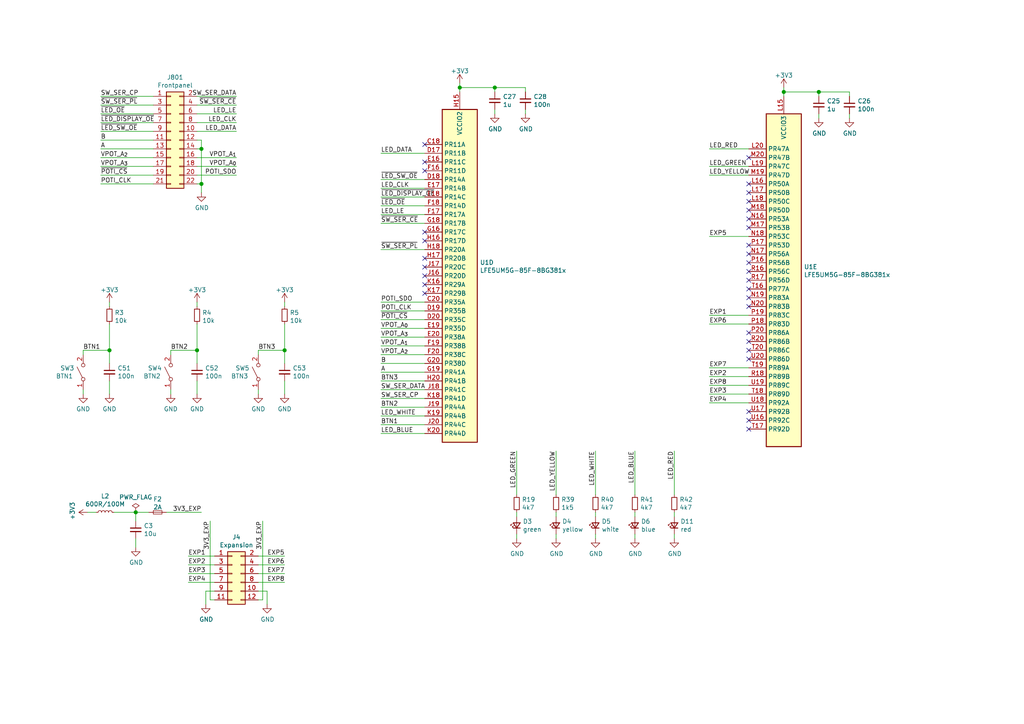
<source format=kicad_sch>
(kicad_sch (version 20210406) (generator eeschema)
  (paper "A4")
  (junction (at 31.75 101.6) (diameter 1.016))
  (junction (at 39.37 148.59) (diameter 1.016))
  (junction (at 57.15 101.6) (diameter 1.016))
  (junction (at 58.42 43.18) (diameter 1.016))
  (junction (at 58.42 53.34) (diameter 1.016))
  (junction (at 82.55 101.6) (diameter 1.016))
  (junction (at 133.35 25.4) (diameter 1.016))
  (junction (at 143.51 25.4) (diameter 1.016))
  (junction (at 227.33 26.67) (diameter 1.016))
  (junction (at 237.49 26.67) (diameter 1.016))
  (no_connect (at 123.19 41.91))
  (no_connect (at 123.19 46.99))
  (no_connect (at 123.19 49.53))
  (no_connect (at 123.19 67.31))
  (no_connect (at 123.19 69.85))
  (no_connect (at 123.19 74.93))
  (no_connect (at 123.19 77.47))
  (no_connect (at 123.19 80.01))
  (no_connect (at 123.19 82.55))
  (no_connect (at 123.19 85.09))
  (no_connect (at 217.17 45.72))
  (no_connect (at 217.17 53.34))
  (no_connect (at 217.17 55.88))
  (no_connect (at 217.17 58.42))
  (no_connect (at 217.17 60.96))
  (no_connect (at 217.17 63.5))
  (no_connect (at 217.17 66.04))
  (no_connect (at 217.17 71.12))
  (no_connect (at 217.17 73.66))
  (no_connect (at 217.17 76.2))
  (no_connect (at 217.17 78.74))
  (no_connect (at 217.17 81.28))
  (no_connect (at 217.17 83.82))
  (no_connect (at 217.17 86.36))
  (no_connect (at 217.17 88.9))
  (no_connect (at 217.17 96.52))
  (no_connect (at 217.17 99.06))
  (no_connect (at 217.17 101.6))
  (no_connect (at 217.17 104.14))
  (no_connect (at 217.17 119.38))
  (no_connect (at 217.17 121.92))
  (no_connect (at 217.17 124.46))
  (wire (pts (xy 24.13 101.6) (xy 24.13 102.87)))
  (wire (pts (xy 24.13 101.6) (xy 31.75 101.6)))
  (wire (pts (xy 24.13 113.03) (xy 24.13 114.3)))
  (wire (pts (xy 25.4 148.59) (xy 27.94 148.59)))
  (wire (pts (xy 29.21 27.94) (xy 44.45 27.94)))
  (wire (pts (xy 29.21 30.48) (xy 44.45 30.48)))
  (wire (pts (xy 29.21 33.02) (xy 44.45 33.02)))
  (wire (pts (xy 29.21 35.56) (xy 44.45 35.56)))
  (wire (pts (xy 29.21 38.1) (xy 44.45 38.1)))
  (wire (pts (xy 29.21 40.64) (xy 44.45 40.64)))
  (wire (pts (xy 29.21 43.18) (xy 44.45 43.18)))
  (wire (pts (xy 29.21 45.72) (xy 44.45 45.72)))
  (wire (pts (xy 29.21 48.26) (xy 44.45 48.26)))
  (wire (pts (xy 29.21 50.8) (xy 44.45 50.8)))
  (wire (pts (xy 29.21 53.34) (xy 44.45 53.34)))
  (wire (pts (xy 31.75 87.63) (xy 31.75 88.9)))
  (wire (pts (xy 31.75 93.98) (xy 31.75 101.6)))
  (wire (pts (xy 31.75 101.6) (xy 31.75 105.41)))
  (wire (pts (xy 31.75 110.49) (xy 31.75 114.3)))
  (wire (pts (xy 33.02 148.59) (xy 39.37 148.59)))
  (wire (pts (xy 39.37 148.59) (xy 39.37 151.13)))
  (wire (pts (xy 39.37 158.75) (xy 39.37 156.21)))
  (wire (pts (xy 43.18 148.59) (xy 39.37 148.59)))
  (wire (pts (xy 48.26 148.59) (xy 58.42 148.59)))
  (wire (pts (xy 49.53 101.6) (xy 49.53 102.87)))
  (wire (pts (xy 49.53 101.6) (xy 57.15 101.6)))
  (wire (pts (xy 49.53 113.03) (xy 49.53 114.3)))
  (wire (pts (xy 54.61 161.29) (xy 62.23 161.29)))
  (wire (pts (xy 54.61 166.37) (xy 62.23 166.37)))
  (wire (pts (xy 57.15 27.94) (xy 68.58 27.94)))
  (wire (pts (xy 57.15 30.48) (xy 68.58 30.48)))
  (wire (pts (xy 57.15 33.02) (xy 68.58 33.02)))
  (wire (pts (xy 57.15 35.56) (xy 68.58 35.56)))
  (wire (pts (xy 57.15 38.1) (xy 68.58 38.1)))
  (wire (pts (xy 57.15 40.64) (xy 58.42 40.64)))
  (wire (pts (xy 57.15 45.72) (xy 68.58 45.72)))
  (wire (pts (xy 57.15 48.26) (xy 68.58 48.26)))
  (wire (pts (xy 57.15 50.8) (xy 68.58 50.8)))
  (wire (pts (xy 57.15 53.34) (xy 58.42 53.34)))
  (wire (pts (xy 57.15 87.63) (xy 57.15 88.9)))
  (wire (pts (xy 57.15 93.98) (xy 57.15 101.6)))
  (wire (pts (xy 57.15 101.6) (xy 57.15 105.41)))
  (wire (pts (xy 57.15 110.49) (xy 57.15 114.3)))
  (wire (pts (xy 58.42 40.64) (xy 58.42 43.18)))
  (wire (pts (xy 58.42 43.18) (xy 57.15 43.18)))
  (wire (pts (xy 58.42 53.34) (xy 58.42 43.18)))
  (wire (pts (xy 58.42 53.34) (xy 58.42 55.88)))
  (wire (pts (xy 59.69 171.45) (xy 59.69 175.26)))
  (wire (pts (xy 60.96 151.13) (xy 60.96 173.99)))
  (wire (pts (xy 62.23 163.83) (xy 54.61 163.83)))
  (wire (pts (xy 62.23 168.91) (xy 54.61 168.91)))
  (wire (pts (xy 62.23 171.45) (xy 59.69 171.45)))
  (wire (pts (xy 62.23 173.99) (xy 60.96 173.99)))
  (wire (pts (xy 74.93 101.6) (xy 74.93 102.87)))
  (wire (pts (xy 74.93 101.6) (xy 82.55 101.6)))
  (wire (pts (xy 74.93 113.03) (xy 74.93 114.3)))
  (wire (pts (xy 74.93 161.29) (xy 82.55 161.29)))
  (wire (pts (xy 74.93 166.37) (xy 82.55 166.37)))
  (wire (pts (xy 74.93 168.91) (xy 82.55 168.91)))
  (wire (pts (xy 74.93 171.45) (xy 77.47 171.45)))
  (wire (pts (xy 74.93 173.99) (xy 76.2 173.99)))
  (wire (pts (xy 76.2 151.13) (xy 76.2 173.99)))
  (wire (pts (xy 77.47 171.45) (xy 77.47 175.26)))
  (wire (pts (xy 82.55 87.63) (xy 82.55 88.9)))
  (wire (pts (xy 82.55 93.98) (xy 82.55 101.6)))
  (wire (pts (xy 82.55 101.6) (xy 82.55 105.41)))
  (wire (pts (xy 82.55 110.49) (xy 82.55 114.3)))
  (wire (pts (xy 82.55 163.83) (xy 74.93 163.83)))
  (wire (pts (xy 110.49 44.45) (xy 123.19 44.45)))
  (wire (pts (xy 110.49 52.07) (xy 123.19 52.07)))
  (wire (pts (xy 110.49 54.61) (xy 123.19 54.61)))
  (wire (pts (xy 110.49 57.15) (xy 123.19 57.15)))
  (wire (pts (xy 110.49 59.69) (xy 123.19 59.69)))
  (wire (pts (xy 110.49 62.23) (xy 123.19 62.23)))
  (wire (pts (xy 110.49 64.77) (xy 123.19 64.77)))
  (wire (pts (xy 110.49 72.39) (xy 123.19 72.39)))
  (wire (pts (xy 110.49 87.63) (xy 123.19 87.63)))
  (wire (pts (xy 110.49 90.17) (xy 123.19 90.17)))
  (wire (pts (xy 110.49 92.71) (xy 123.19 92.71)))
  (wire (pts (xy 110.49 95.25) (xy 123.19 95.25)))
  (wire (pts (xy 110.49 97.79) (xy 123.19 97.79)))
  (wire (pts (xy 110.49 100.33) (xy 123.19 100.33)))
  (wire (pts (xy 110.49 102.87) (xy 123.19 102.87)))
  (wire (pts (xy 110.49 105.41) (xy 123.19 105.41)))
  (wire (pts (xy 110.49 107.95) (xy 123.19 107.95)))
  (wire (pts (xy 110.49 110.49) (xy 123.19 110.49)))
  (wire (pts (xy 110.49 113.03) (xy 123.19 113.03)))
  (wire (pts (xy 110.49 115.57) (xy 123.19 115.57)))
  (wire (pts (xy 110.49 118.11) (xy 123.19 118.11)))
  (wire (pts (xy 110.49 120.65) (xy 123.19 120.65)))
  (wire (pts (xy 110.49 123.19) (xy 123.19 123.19)))
  (wire (pts (xy 110.49 125.73) (xy 123.19 125.73)))
  (wire (pts (xy 133.35 24.13) (xy 133.35 25.4)))
  (wire (pts (xy 133.35 25.4) (xy 133.35 26.67)))
  (wire (pts (xy 133.35 25.4) (xy 143.51 25.4)))
  (wire (pts (xy 143.51 25.4) (xy 143.51 26.67)))
  (wire (pts (xy 143.51 25.4) (xy 152.4 25.4)))
  (wire (pts (xy 143.51 31.75) (xy 143.51 33.02)))
  (wire (pts (xy 149.86 130.81) (xy 149.86 143.51)))
  (wire (pts (xy 149.86 149.86) (xy 149.86 148.59)))
  (wire (pts (xy 149.86 154.94) (xy 149.86 156.21)))
  (wire (pts (xy 152.4 25.4) (xy 152.4 26.67)))
  (wire (pts (xy 152.4 33.02) (xy 152.4 31.75)))
  (wire (pts (xy 161.29 130.81) (xy 161.29 143.51)))
  (wire (pts (xy 161.29 148.59) (xy 161.29 149.86)))
  (wire (pts (xy 161.29 154.94) (xy 161.29 156.21)))
  (wire (pts (xy 172.72 130.81) (xy 172.72 143.51)))
  (wire (pts (xy 172.72 148.59) (xy 172.72 149.86)))
  (wire (pts (xy 172.72 154.94) (xy 172.72 156.21)))
  (wire (pts (xy 184.15 130.81) (xy 184.15 143.51)))
  (wire (pts (xy 184.15 148.59) (xy 184.15 149.86)))
  (wire (pts (xy 184.15 154.94) (xy 184.15 156.21)))
  (wire (pts (xy 195.58 130.81) (xy 195.58 143.51)))
  (wire (pts (xy 195.58 148.59) (xy 195.58 149.86)))
  (wire (pts (xy 195.58 154.94) (xy 195.58 156.21)))
  (wire (pts (xy 205.74 43.18) (xy 217.17 43.18)))
  (wire (pts (xy 205.74 48.26) (xy 217.17 48.26)))
  (wire (pts (xy 205.74 50.8) (xy 217.17 50.8)))
  (wire (pts (xy 205.74 68.58) (xy 217.17 68.58)))
  (wire (pts (xy 205.74 91.44) (xy 217.17 91.44)))
  (wire (pts (xy 205.74 93.98) (xy 217.17 93.98)))
  (wire (pts (xy 205.74 106.68) (xy 217.17 106.68)))
  (wire (pts (xy 205.74 109.22) (xy 217.17 109.22)))
  (wire (pts (xy 205.74 111.76) (xy 217.17 111.76)))
  (wire (pts (xy 205.74 114.3) (xy 217.17 114.3)))
  (wire (pts (xy 205.74 116.84) (xy 217.17 116.84)))
  (wire (pts (xy 227.33 25.4) (xy 227.33 26.67)))
  (wire (pts (xy 227.33 26.67) (xy 227.33 27.94)))
  (wire (pts (xy 227.33 26.67) (xy 237.49 26.67)))
  (wire (pts (xy 237.49 26.67) (xy 237.49 27.94)))
  (wire (pts (xy 237.49 26.67) (xy 246.38 26.67)))
  (wire (pts (xy 237.49 33.02) (xy 237.49 34.29)))
  (wire (pts (xy 246.38 26.67) (xy 246.38 27.94)))
  (wire (pts (xy 246.38 34.29) (xy 246.38 33.02)))
  (label "BTN1" (at 24.13 101.6 0))
  (label "SW_SER_CP" (at 29.21 27.94 0))
  (label "~SW_SER_PL" (at 29.21 30.48 0))
  (label "~LED_OE" (at 29.21 33.02 0))
  (label "~LED_DISPLAY_OE" (at 29.21 35.56 0))
  (label "~LED_SW_OE" (at 29.21 38.1 0))
  (label "B" (at 29.21 40.64 0))
  (label "A" (at 29.21 43.18 0))
  (label "VPOT_A_{2}" (at 29.21 45.72 0))
  (label "VPOT_A_{3}" (at 29.21 48.26 0))
  (label "~POTI_CS" (at 29.21 50.8 0))
  (label "POTI_CLK" (at 29.21 53.34 0))
  (label "BTN2" (at 49.53 101.6 0))
  (label "EXP1" (at 54.61 161.29 0))
  (label "EXP2" (at 54.61 163.83 0))
  (label "EXP3" (at 54.61 166.37 0))
  (label "EXP4" (at 54.61 168.91 0))
  (label "3V3_EXP" (at 58.42 148.59 180))
  (label "3V3_EXP" (at 60.96 151.13 270))
  (label "SW_SER_DATA" (at 68.58 27.94 180))
  (label "~SW_SER_CE" (at 68.58 30.48 180))
  (label "LED_LE" (at 68.58 33.02 180))
  (label "LED_CLK" (at 68.58 35.56 180))
  (label "LED_DATA" (at 68.58 38.1 180))
  (label "VPOT_A_{1}" (at 68.58 45.72 180))
  (label "VPOT_A_{0}" (at 68.58 48.26 180))
  (label "POTI_SDO" (at 68.58 50.8 180))
  (label "BTN3" (at 74.93 101.6 0))
  (label "3V3_EXP" (at 76.2 151.13 270))
  (label "EXP5" (at 82.55 161.29 180))
  (label "EXP6" (at 82.55 163.83 180))
  (label "EXP7" (at 82.55 166.37 180))
  (label "EXP8" (at 82.55 168.91 180))
  (label "LED_DATA" (at 110.49 44.45 0))
  (label "~LED_SW_OE" (at 110.49 52.07 0))
  (label "LED_CLK" (at 110.49 54.61 0))
  (label "~LED_DISPLAY_OE" (at 110.49 57.15 0))
  (label "~LED_OE" (at 110.49 59.69 0))
  (label "LED_LE" (at 110.49 62.23 0))
  (label "~SW_SER_CE" (at 110.49 64.77 0))
  (label "~SW_SER_PL" (at 110.49 72.39 0))
  (label "POTI_SDO" (at 110.49 87.63 0))
  (label "POTI_CLK" (at 110.49 90.17 0))
  (label "~POTI_CS" (at 110.49 92.71 0))
  (label "VPOT_A_{0}" (at 110.49 95.25 0))
  (label "VPOT_A_{3}" (at 110.49 97.79 0))
  (label "VPOT_A_{1}" (at 110.49 100.33 0))
  (label "VPOT_A_{2}" (at 110.49 102.87 0))
  (label "B" (at 110.49 105.41 0))
  (label "A" (at 110.49 107.95 0))
  (label "BTN3" (at 110.49 110.49 0))
  (label "SW_SER_DATA" (at 110.49 113.03 0))
  (label "SW_SER_CP" (at 110.49 115.57 0))
  (label "BTN2" (at 110.49 118.11 0))
  (label "LED_WHITE" (at 110.49 120.65 0))
  (label "BTN1" (at 110.49 123.19 0))
  (label "LED_BLUE" (at 110.49 125.73 0))
  (label "LED_GREEN" (at 149.86 130.81 270))
  (label "LED_YELLOW" (at 161.29 130.81 270))
  (label "LED_WHITE" (at 172.72 130.81 270))
  (label "LED_BLUE" (at 184.15 130.81 270))
  (label "LED_RED" (at 195.58 130.81 270))
  (label "LED_RED" (at 205.74 43.18 0))
  (label "LED_GREEN" (at 205.74 48.26 0))
  (label "LED_YELLOW" (at 205.74 50.8 0))
  (label "EXP5" (at 205.74 68.58 0))
  (label "EXP1" (at 205.74 91.44 0))
  (label "EXP6" (at 205.74 93.98 0))
  (label "EXP7" (at 205.74 106.68 0))
  (label "EXP2" (at 205.74 109.22 0))
  (label "EXP8" (at 205.74 111.76 0))
  (label "EXP3" (at 205.74 114.3 0))
  (label "EXP4" (at 205.74 116.84 0))
  (symbol (lib_id "Mainboard-rescue:+3V3-power") (at 25.4 148.59 90) (unit 1)
    (property "Reference" "#PWR0128" (effects hide))
    (property "Value" "+3V3" (at 21.0058 148.209 0))
  )
  (symbol (lib_id "power:+3V3") (at 31.75 87.63 0) (unit 1)
    (property "Reference" "#PWR0296" (effects hide))
    (property "Value" "+3V3" (at 31.75 84.0826 0))
  )
  (symbol (lib_id "power:+3V3") (at 57.15 87.63 0) (unit 1)
    (property "Reference" "#PWR0291" (effects hide))
    (property "Value" "+3V3" (at 57.15 84.0826 0))
  )
  (symbol (lib_id "power:+3V3") (at 82.55 87.63 0) (unit 1)
    (property "Reference" "#PWR0295" (effects hide))
    (property "Value" "+3V3" (at 82.55 84.0826 0))
  )
  (symbol (lib_id "power:+3V3") (at 133.35 24.13 0) (unit 1)
    (property "Reference" "#PWR0265" (effects hide))
    (property "Value" "+3V3" (at 133.35 20.5826 0))
  )
  (symbol (lib_id "power:+3V3") (at 227.33 25.4 0) (unit 1)
    (property "Reference" "#PWR0263" (effects hide))
    (property "Value" "+3V3" (at 227.33 21.8526 0))
  )
  (symbol (lib_id "Mainboard-rescue:L_Small-Device") (at 30.48 148.59 90) (unit 1)
    (property "Reference" "L2" (at 30.48 143.891 90))
    (property "Value" "600R/100M" (at 30.48 146.2024 90))
    (property "Footprint" "Inductor_SMD:L_0805_2012Metric" (effects hide))
    (property "LCSC" "C1017" (effects hide))
  )
  (symbol (lib_id "Mainboard-rescue:PWR_FLAG-power") (at 39.37 148.59 0) (unit 1)
    (property "Reference" "#FLG0105" (effects hide))
    (property "Value" "PWR_FLAG" (at 39.37 144.1958 0))
  )
  (symbol (lib_id "Device:Fuse_Small") (at 45.72 148.59 180) (unit 1)
    (property "Reference" "F2" (at 45.72 144.7758 0))
    (property "Value" "2A" (at 45.72 147.0745 0))
    (property "Footprint" "Fuse:Fuse_0603_1608Metric_Pad1.05x0.95mm_HandSolder" (effects hide))
    (property "LCSC" "C187605" (effects hide))
  )
  (symbol (lib_id "power:GND") (at 24.13 114.3 0) (unit 1)
    (property "Reference" "#PWR0292" (effects hide))
    (property "Value" "GND" (at 24.13 118.6244 0))
  )
  (symbol (lib_id "power:GND") (at 31.75 114.3 0) (unit 1)
    (property "Reference" "#PWR0132" (effects hide))
    (property "Value" "GND" (at 31.75 118.6244 0))
  )
  (symbol (lib_id "Mainboard-rescue:GND-power") (at 39.37 158.75 0) (unit 1)
    (property "Reference" "#PWR0127" (effects hide))
    (property "Value" "GND" (at 39.497 163.1442 0))
  )
  (symbol (lib_id "power:GND") (at 49.53 114.3 0) (unit 1)
    (property "Reference" "#PWR0293" (effects hide))
    (property "Value" "GND" (at 49.53 118.6244 0))
  )
  (symbol (lib_id "power:GND") (at 57.15 114.3 0) (unit 1)
    (property "Reference" "#PWR0131" (effects hide))
    (property "Value" "GND" (at 57.15 118.6244 0))
  )
  (symbol (lib_id "Mainboard-rescue:GND-power") (at 58.42 55.88 0) (unit 1)
    (property "Reference" "#PWR0121" (effects hide))
    (property "Value" "GND" (at 58.547 60.2742 0))
  )
  (symbol (lib_id "Mainboard-rescue:GND-power") (at 59.69 175.26 0) (unit 1)
    (property "Reference" "#PWR0126" (effects hide))
    (property "Value" "GND" (at 59.817 179.6542 0))
  )
  (symbol (lib_id "power:GND") (at 74.93 114.3 0) (unit 1)
    (property "Reference" "#PWR0133" (effects hide))
    (property "Value" "GND" (at 74.93 118.6244 0))
  )
  (symbol (lib_id "Mainboard-rescue:GND-power") (at 77.47 175.26 0) (unit 1)
    (property "Reference" "#PWR0125" (effects hide))
    (property "Value" "GND" (at 77.597 179.6542 0))
  )
  (symbol (lib_id "power:GND") (at 82.55 114.3 0) (unit 1)
    (property "Reference" "#PWR0294" (effects hide))
    (property "Value" "GND" (at 82.55 118.6244 0))
  )
  (symbol (lib_id "Mainboard-rescue:GND-power") (at 143.51 33.02 0) (unit 1)
    (property "Reference" "#PWR0264" (effects hide))
    (property "Value" "GND" (at 143.637 37.4142 0))
  )
  (symbol (lib_id "Mainboard-rescue:GND-power") (at 149.86 156.21 0) (unit 1)
    (property "Reference" "#PWR0299" (effects hide))
    (property "Value" "GND" (at 149.987 160.6042 0))
  )
  (symbol (lib_id "Mainboard-rescue:GND-power") (at 152.4 33.02 0) (unit 1)
    (property "Reference" "#PWR0266" (effects hide))
    (property "Value" "GND" (at 152.527 37.4142 0))
  )
  (symbol (lib_id "Mainboard-rescue:GND-power") (at 161.29 156.21 0) (unit 1)
    (property "Reference" "#PWR0300" (effects hide))
    (property "Value" "GND" (at 161.417 160.6042 0))
  )
  (symbol (lib_id "Mainboard-rescue:GND-power") (at 172.72 156.21 0) (unit 1)
    (property "Reference" "#PWR0298" (effects hide))
    (property "Value" "GND" (at 172.847 160.6042 0))
  )
  (symbol (lib_id "Mainboard-rescue:GND-power") (at 184.15 156.21 0) (unit 1)
    (property "Reference" "#PWR0297" (effects hide))
    (property "Value" "GND" (at 184.277 160.6042 0))
  )
  (symbol (lib_id "Mainboard-rescue:GND-power") (at 195.58 156.21 0) (unit 1)
    (property "Reference" "#PWR0301" (effects hide))
    (property "Value" "GND" (at 195.707 160.6042 0))
  )
  (symbol (lib_id "Mainboard-rescue:GND-power") (at 237.49 34.29 0) (unit 1)
    (property "Reference" "#PWR0262" (effects hide))
    (property "Value" "GND" (at 237.617 38.6842 0))
  )
  (symbol (lib_id "Mainboard-rescue:GND-power") (at 246.38 34.29 0) (unit 1)
    (property "Reference" "#PWR0261" (effects hide))
    (property "Value" "GND" (at 246.507 38.6842 0))
  )
  (symbol (lib_id "Device:R_Small") (at 31.75 91.44 0) (unit 1)
    (property "Reference" "R3" (at 33.2487 90.6791 0) (effects (justify left)))
    (property "Value" "10k" (at 33.2487 92.9778 0) (effects (justify left)))
    (property "Footprint" "Resistor_SMD:R_0402_1005Metric" (effects hide))
    (property "LCSC" "C25744" (effects hide))
  )
  (symbol (lib_id "Device:R_Small") (at 57.15 91.44 0) (unit 1)
    (property "Reference" "R4" (at 58.6487 90.6791 0) (effects (justify left)))
    (property "Value" "10k" (at 58.6487 92.9778 0) (effects (justify left)))
    (property "Footprint" "Resistor_SMD:R_0402_1005Metric" (effects hide))
    (property "LCSC" "C25744" (effects hide))
  )
  (symbol (lib_id "Device:R_Small") (at 82.55 91.44 0) (unit 1)
    (property "Reference" "R5" (at 84.0487 90.6791 0) (effects (justify left)))
    (property "Value" "10k" (at 84.0487 92.9778 0) (effects (justify left)))
    (property "Footprint" "Resistor_SMD:R_0402_1005Metric" (effects hide))
    (property "LCSC" "C25744" (effects hide))
  )
  (symbol (lib_id "Mainboard-rescue:R_Small-Device") (at 149.86 146.05 0) (unit 1)
    (property "Reference" "R19" (at 151.3586 144.8816 0) (effects (justify left)))
    (property "Value" "4k7" (at 151.3586 147.193 0) (effects (justify left)))
    (property "Footprint" "Resistor_SMD:R_0402_1005Metric" (effects hide))
    (property "LCSC" "C25900" (effects hide))
  )
  (symbol (lib_id "Mainboard-rescue:R_Small-Device") (at 161.29 146.05 0) (unit 1)
    (property "Reference" "R39" (at 162.7886 144.8816 0) (effects (justify left)))
    (property "Value" "1k5" (at 162.7886 147.193 0) (effects (justify left)))
    (property "Footprint" "Resistor_SMD:R_0402_1005Metric" (effects hide))
    (property "LCSC" "C25867" (effects hide))
  )
  (symbol (lib_id "Mainboard-rescue:R_Small-Device") (at 172.72 146.05 0) (unit 1)
    (property "Reference" "R40" (at 174.2186 144.8816 0) (effects (justify left)))
    (property "Value" "4k7" (at 174.2186 147.193 0) (effects (justify left)))
    (property "Footprint" "Resistor_SMD:R_0402_1005Metric" (effects hide))
    (property "LCSC" "C25900" (effects hide))
  )
  (symbol (lib_id "Mainboard-rescue:R_Small-Device") (at 184.15 146.05 0) (unit 1)
    (property "Reference" "R41" (at 185.6486 144.8816 0) (effects (justify left)))
    (property "Value" "4k7" (at 185.6486 147.193 0) (effects (justify left)))
    (property "Footprint" "Resistor_SMD:R_0402_1005Metric" (effects hide))
    (property "LCSC" "C25900" (effects hide))
  )
  (symbol (lib_id "Mainboard-rescue:R_Small-Device") (at 195.58 146.05 0) (unit 1)
    (property "Reference" "R42" (at 197.0786 144.8816 0) (effects (justify left)))
    (property "Value" "4k7" (at 197.0786 147.193 0) (effects (justify left)))
    (property "Footprint" "Resistor_SMD:R_0402_1005Metric" (effects hide))
    (property "LCSC" "C25900" (effects hide))
  )
  (symbol (lib_id "Mainboard-rescue:LED_Small-Device") (at 149.86 152.4 90) (unit 1)
    (property "Reference" "D3" (at 151.638 151.2316 90) (effects (justify right)))
    (property "Value" "green" (at 151.638 153.543 90) (effects (justify right)))
    (property "Footprint" "LED_SMD:LED_0603_1608Metric" (effects hide))
    (property "LCSC" "C72043" (effects hide))
  )
  (symbol (lib_id "Mainboard-rescue:LED_Small-Device") (at 161.29 152.4 90) (unit 1)
    (property "Reference" "D4" (at 163.068 151.2316 90) (effects (justify right)))
    (property "Value" "yellow" (at 163.068 153.543 90) (effects (justify right)))
    (property "Footprint" "LED_SMD:LED_0603_1608Metric" (effects hide))
    (property "LCSC" "C72038" (effects hide))
  )
  (symbol (lib_id "Mainboard-rescue:LED_Small-Device") (at 172.72 152.4 90) (unit 1)
    (property "Reference" "D5" (at 174.498 151.2316 90) (effects (justify right)))
    (property "Value" "white" (at 174.498 153.543 90) (effects (justify right)))
    (property "Footprint" "LED_SMD:LED_0603_1608Metric" (effects hide))
    (property "LCSC" "C2290" (effects hide))
  )
  (symbol (lib_id "Mainboard-rescue:LED_Small-Device") (at 184.15 152.4 90) (unit 1)
    (property "Reference" "D6" (at 185.928 151.2316 90) (effects (justify right)))
    (property "Value" "blue" (at 185.928 153.543 90) (effects (justify right)))
    (property "Footprint" "LED_SMD:LED_0603_1608Metric" (effects hide))
    (property "LCSC" "C72041" (effects hide))
  )
  (symbol (lib_id "Mainboard-rescue:LED_Small-Device") (at 195.58 152.4 90) (unit 1)
    (property "Reference" "D11" (at 197.358 151.2316 90) (effects (justify right)))
    (property "Value" "red" (at 197.358 153.543 90) (effects (justify right)))
    (property "Footprint" "LED_SMD:LED_0603_1608Metric" (effects hide))
    (property "LCSC" "C2286" (effects hide))
  )
  (symbol (lib_id "Mainboard-rescue:C_Small-Device") (at 31.75 107.95 0) (unit 1)
    (property "Reference" "C51" (at 34.0868 106.7816 0) (effects (justify left)))
    (property "Value" "100n" (at 34.0868 109.093 0) (effects (justify left)))
    (property "Footprint" "Capacitor_SMD:C_0402_1005Metric" (effects hide))
    (property "LCSC" "C1525" (effects hide))
  )
  (symbol (lib_id "Mainboard-rescue:C_Small-Device") (at 39.37 153.67 0) (unit 1)
    (property "Reference" "C3" (at 41.7068 152.5016 0) (effects (justify left)))
    (property "Value" "10u" (at 41.7068 154.813 0) (effects (justify left)))
    (property "Footprint" "Capacitor_SMD:C_0805_2012Metric" (effects hide))
    (property "LCSC" "C15850" (effects hide))
  )
  (symbol (lib_id "Mainboard-rescue:C_Small-Device") (at 57.15 107.95 0) (unit 1)
    (property "Reference" "C52" (at 59.4868 106.7816 0) (effects (justify left)))
    (property "Value" "100n" (at 59.4868 109.093 0) (effects (justify left)))
    (property "Footprint" "Capacitor_SMD:C_0402_1005Metric" (effects hide))
    (property "LCSC" "C1525" (effects hide))
  )
  (symbol (lib_id "Mainboard-rescue:C_Small-Device") (at 82.55 107.95 0) (unit 1)
    (property "Reference" "C53" (at 84.8868 106.7816 0) (effects (justify left)))
    (property "Value" "100n" (at 84.8868 109.093 0) (effects (justify left)))
    (property "Footprint" "Capacitor_SMD:C_0402_1005Metric" (effects hide))
    (property "LCSC" "C1525" (effects hide))
  )
  (symbol (lib_id "Mainboard-rescue:C_Small-Device") (at 143.51 29.21 0) (unit 1)
    (property "Reference" "C27" (at 145.8468 28.0416 0) (effects (justify left)))
    (property "Value" "1u" (at 145.8468 30.353 0) (effects (justify left)))
    (property "Footprint" "Capacitor_SMD:C_0402_1005Metric" (effects hide))
    (property "LCSC" "C52923" (effects hide))
  )
  (symbol (lib_id "Mainboard-rescue:C_Small-Device") (at 152.4 29.21 0) (unit 1)
    (property "Reference" "C28" (at 154.7368 28.0416 0) (effects (justify left)))
    (property "Value" "100n" (at 154.7368 30.353 0) (effects (justify left)))
    (property "Footprint" "Capacitor_SMD:C_0402_1005Metric" (effects hide))
    (property "LCSC" "C1525" (effects hide))
  )
  (symbol (lib_id "Mainboard-rescue:C_Small-Device") (at 237.49 30.48 0) (unit 1)
    (property "Reference" "C25" (at 239.8268 29.3116 0) (effects (justify left)))
    (property "Value" "1u" (at 239.8268 31.623 0) (effects (justify left)))
    (property "Footprint" "Capacitor_SMD:C_0402_1005Metric" (effects hide))
    (property "LCSC" "C52923" (effects hide))
  )
  (symbol (lib_id "Mainboard-rescue:C_Small-Device") (at 246.38 30.48 0) (unit 1)
    (property "Reference" "C26" (at 248.7168 29.3116 0) (effects (justify left)))
    (property "Value" "100n" (at 248.7168 31.623 0) (effects (justify left)))
    (property "Footprint" "Capacitor_SMD:C_0402_1005Metric" (effects hide))
    (property "LCSC" "C1525" (effects hide))
  )
  (symbol (lib_id "Switch:SW_SPST") (at 24.13 107.95 90) (unit 1)
    (property "Reference" "SW3" (at 17.4752 106.7816 90) (effects (justify right)))
    (property "Value" "BTN1" (at 16.2052 109.093 90) (effects (justify right)))
    (property "Footprint" "Button_Switch_SMD:SW_SPST_B3U-1000P" (effects hide))
    (property "LCSC" "C231329" (effects hide))
  )
  (symbol (lib_id "Switch:SW_SPST") (at 49.53 107.95 90) (unit 1)
    (property "Reference" "SW4" (at 42.8752 106.7816 90) (effects (justify right)))
    (property "Value" "BTN2" (at 41.6052 109.093 90) (effects (justify right)))
    (property "Footprint" "Button_Switch_SMD:SW_SPST_B3U-1000P" (effects hide))
    (property "LCSC" "C231329" (effects hide))
  )
  (symbol (lib_id "Switch:SW_SPST") (at 74.93 107.95 90) (unit 1)
    (property "Reference" "SW5" (at 68.2752 106.7816 90) (effects (justify right)))
    (property "Value" "BTN3" (at 67.0052 109.093 90) (effects (justify right)))
    (property "Footprint" "Button_Switch_SMD:SW_SPST_B3U-1000P" (effects hide))
    (property "LCSC" "C231329" (effects hide))
  )
  (symbol (lib_id "Mainboard-rescue:Conn_02x06_Odd_Even-Connector_Generic") (at 67.31 166.37 0) (unit 1)
    (property "Reference" "J4" (at 68.58 155.7782 0))
    (property "Value" "Expansion" (at 68.58 158.0896 0))
    (property "Footprint" "Connector_PinHeader_2.54mm:PinHeader_2x06_P2.54mm_Vertical" (effects hide))
  )
  (symbol (lib_id "Mainboard-rescue:Conn_02x11_Odd_Even-Connector_Generic") (at 49.53 40.64 0) (unit 1)
    (property "Reference" "J801" (at 50.8 22.4282 0))
    (property "Value" "Frontpanel" (at 50.8 24.7396 0))
    (property "Footprint" "Connector_PinHeader_2.54mm:PinHeader_2x11_P2.54mm_Vertical" (effects hide))
  )
  (symbol (lib_id "Mainboard-rescue:LFE5UM5G-85F-8BG381x-FPGA_Lattice") (at 133.35 80.01 0) (unit 4)
    (property "Reference" "U1" (at 139.192 76.1238 0) (effects (justify left)))
    (property "Value" "LFE5UM5G-85F-8BG381x" (at 139.192 78.4352 0) (effects (justify left)))
    (property "Footprint" "Package_BGA:Lattice_caBGA-381_17.0x17.0mm_Layout20x20_P0.8mm_Ball0.4mm_Pad0.4mm_NSMD" (effects hide))
    (property "Datasheet" "https://www.latticesemi.com/view_document?document_id=50461" (effects hide))
  )
  (symbol (lib_id "Mainboard-rescue:LFE5UM5G-85F-8BG381x-FPGA_Lattice") (at 227.33 81.28 0) (unit 5)
    (property "Reference" "U1" (at 233.172 77.3938 0) (effects (justify left)))
    (property "Value" "LFE5UM5G-85F-8BG381x" (at 233.172 79.7052 0) (effects (justify left)))
    (property "Footprint" "Package_BGA:Lattice_caBGA-381_17.0x17.0mm_Layout20x20_P0.8mm_Ball0.4mm_Pad0.4mm_NSMD" (effects hide))
    (property "Datasheet" "https://www.latticesemi.com/view_document?document_id=50461" (effects hide))
  )
)
</source>
